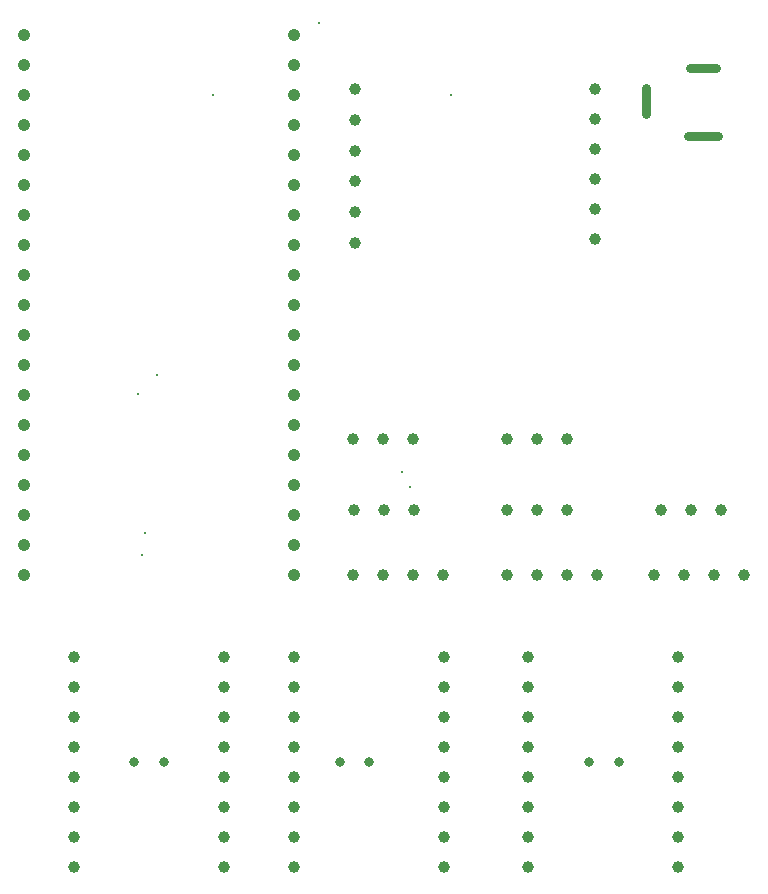
<source format=gbr>
%TF.GenerationSoftware,KiCad,Pcbnew,8.0.2*%
%TF.CreationDate,2024-11-11T15:44:18-05:00*%
%TF.ProjectId,PTZ_Camera_Head,50545a5f-4361-46d6-9572-615f48656164,rev?*%
%TF.SameCoordinates,Original*%
%TF.FileFunction,Plated,1,2,PTH,Mixed*%
%TF.FilePolarity,Positive*%
%FSLAX46Y46*%
G04 Gerber Fmt 4.6, Leading zero omitted, Abs format (unit mm)*
G04 Created by KiCad (PCBNEW 8.0.2) date 2024-11-11 15:44:18*
%MOMM*%
%LPD*%
G01*
G04 APERTURE LIST*
%TA.AperFunction,ViaDrill*%
%ADD10C,0.300000*%
%TD*%
%TA.AperFunction,ComponentDrill*%
%ADD11C,0.800000*%
%TD*%
G04 aperture for slot hole*
%TA.AperFunction,ComponentDrill*%
%ADD12C,0.800000*%
%TD*%
%TA.AperFunction,ComponentDrill*%
%ADD13C,1.000000*%
%TD*%
%TA.AperFunction,ComponentDrill*%
%ADD14C,1.040000*%
%TD*%
G04 APERTURE END LIST*
D10*
X140259100Y-82711400D03*
X140553200Y-96337500D03*
X140811400Y-94427100D03*
X141829300Y-81049400D03*
X146609000Y-57370000D03*
X155585400Y-51254200D03*
X162631800Y-89233700D03*
X163307400Y-90502000D03*
X166757100Y-57370000D03*
D11*
%TO.C,C3*%
X139944900Y-113810000D03*
X142444900Y-113810000D03*
%TO.C,C1*%
X157350000Y-113810000D03*
X159850000Y-113810000D03*
%TO.C,C2*%
X178444900Y-113810000D03*
X180944900Y-113810000D03*
D12*
%TO.C,PowerJack1*%
X183300000Y-58950000D02*
X183300000Y-56750000D01*
X187000000Y-55050000D02*
X189200000Y-55050000D01*
X186800000Y-60850000D02*
X189400000Y-60850000D01*
D13*
%TO.C,StepperMotorDriver1*%
X134800000Y-104920000D03*
X134800000Y-107460000D03*
X134800000Y-110000000D03*
X134800000Y-112540000D03*
X134800000Y-115080000D03*
X134800000Y-117620000D03*
X134800000Y-120160000D03*
X134800000Y-122700000D03*
X147500000Y-104920000D03*
X147500000Y-107460000D03*
X147500000Y-110000000D03*
X147500000Y-112540000D03*
X147500000Y-115080000D03*
X147500000Y-117620000D03*
X147500000Y-120160000D03*
X147500000Y-122700000D03*
%TO.C,StepperMotorDriver2*%
X153500000Y-104920000D03*
X153500000Y-107460000D03*
X153500000Y-110000000D03*
X153500000Y-112540000D03*
X153500000Y-115080000D03*
X153500000Y-117620000D03*
X153500000Y-120160000D03*
X153500000Y-122700000D03*
%TO.C,Motor1*%
X158420000Y-98000000D03*
%TO.C,Servo1*%
X158500000Y-86500000D03*
%TO.C,HallRotate1*%
X158525000Y-92500000D03*
%TO.C,EthernetSheild1*%
X158640000Y-56875000D03*
X158640000Y-59475000D03*
X158640000Y-62075000D03*
X158640000Y-64675000D03*
X158640000Y-67275000D03*
X158640000Y-69875000D03*
%TO.C,Motor1*%
X160960000Y-98000000D03*
%TO.C,Servo1*%
X161040000Y-86500000D03*
%TO.C,HallRotate1*%
X161065000Y-92500000D03*
%TO.C,Motor1*%
X163500000Y-98000000D03*
%TO.C,Servo1*%
X163580000Y-86500000D03*
%TO.C,HallRotate1*%
X163605000Y-92500000D03*
%TO.C,Motor1*%
X166040000Y-98000000D03*
%TO.C,StepperMotorDriver2*%
X166200000Y-104920000D03*
X166200000Y-107460000D03*
X166200000Y-110000000D03*
X166200000Y-112540000D03*
X166200000Y-115080000D03*
X166200000Y-117620000D03*
X166200000Y-120160000D03*
X166200000Y-122700000D03*
%TO.C,Motor2*%
X171460000Y-98000000D03*
%TO.C,Servo2*%
X171500000Y-86500000D03*
%TO.C,HallPan1*%
X171500000Y-92500000D03*
%TO.C,StepperMotorDriver3*%
X173300000Y-104920000D03*
X173300000Y-107460000D03*
X173300000Y-110000000D03*
X173300000Y-112540000D03*
X173300000Y-115080000D03*
X173300000Y-117620000D03*
X173300000Y-120160000D03*
X173300000Y-122700000D03*
%TO.C,Motor2*%
X174000000Y-98000000D03*
%TO.C,Servo2*%
X174040000Y-86500000D03*
%TO.C,HallPan1*%
X174040000Y-92500000D03*
%TO.C,Motor2*%
X176540000Y-98000000D03*
%TO.C,Servo2*%
X176580000Y-86500000D03*
%TO.C,HallPan1*%
X176580000Y-92500000D03*
%TO.C,EthernetSheild1*%
X178960000Y-56875000D03*
X178960000Y-59415000D03*
X178960000Y-61955000D03*
X178960000Y-64495000D03*
X178960000Y-67035000D03*
X178960000Y-69575000D03*
%TO.C,Motor2*%
X179080000Y-98000000D03*
%TO.C,Motor3*%
X183920000Y-98000000D03*
%TO.C,LancAdapter1*%
X184500000Y-92500000D03*
%TO.C,StepperMotorDriver3*%
X186000000Y-104920000D03*
X186000000Y-107460000D03*
X186000000Y-110000000D03*
X186000000Y-112540000D03*
X186000000Y-115080000D03*
X186000000Y-117620000D03*
X186000000Y-120160000D03*
X186000000Y-122700000D03*
%TO.C,Motor3*%
X186460000Y-98000000D03*
%TO.C,LancAdapter1*%
X187040000Y-92500000D03*
%TO.C,Motor3*%
X189000000Y-98000000D03*
%TO.C,LancAdapter1*%
X189580000Y-92500000D03*
%TO.C,Motor3*%
X191540000Y-98000000D03*
D14*
%TO.C,ESP1*%
X130640000Y-52280000D03*
X130640000Y-54820000D03*
X130640000Y-57360000D03*
X130640000Y-59900000D03*
X130640000Y-62440000D03*
X130640000Y-64980000D03*
X130640000Y-67520000D03*
X130640000Y-70060000D03*
X130640000Y-72600000D03*
X130640000Y-75140000D03*
X130640000Y-77680000D03*
X130640000Y-80220000D03*
X130640000Y-82760000D03*
X130640000Y-85300000D03*
X130640000Y-87840000D03*
X130640000Y-90380000D03*
X130640000Y-92920000D03*
X130640000Y-95460000D03*
X130640000Y-98000000D03*
X153500000Y-52280000D03*
X153500000Y-54820000D03*
X153500000Y-57360000D03*
X153500000Y-59900000D03*
X153500000Y-62440000D03*
X153500000Y-64980000D03*
X153500000Y-67520000D03*
X153500000Y-70060000D03*
X153500000Y-72600000D03*
X153500000Y-75140000D03*
X153500000Y-77680000D03*
X153500000Y-80220000D03*
X153500000Y-82760000D03*
X153500000Y-85300000D03*
X153500000Y-87840000D03*
X153500000Y-90380000D03*
X153500000Y-92920000D03*
X153500000Y-95460000D03*
X153500000Y-98000000D03*
M02*

</source>
